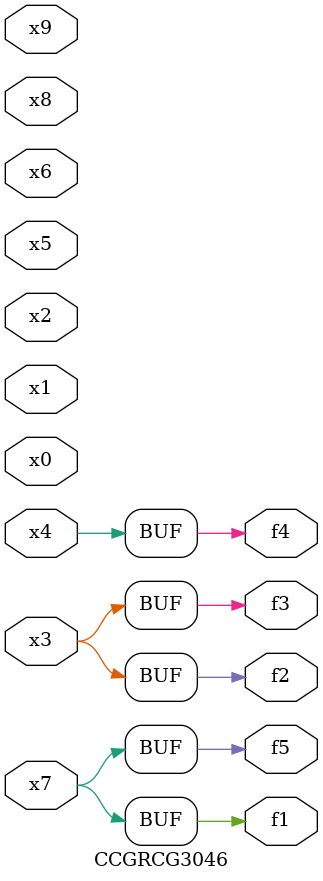
<source format=v>
module CCGRCG3046(
	input x0, x1, x2, x3, x4, x5, x6, x7, x8, x9,
	output f1, f2, f3, f4, f5
);
	assign f1 = x7;
	assign f2 = x3;
	assign f3 = x3;
	assign f4 = x4;
	assign f5 = x7;
endmodule

</source>
